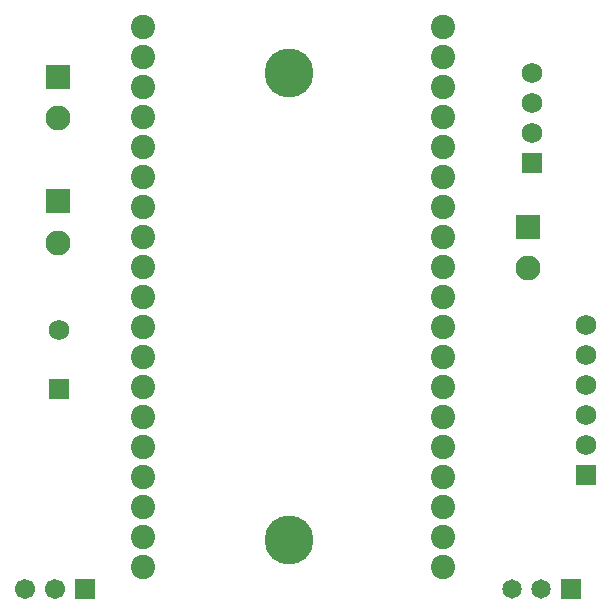
<source format=gbs>
G04*
G04 #@! TF.GenerationSoftware,Altium Limited,Altium Designer,22.0.2 (36)*
G04*
G04 Layer_Color=16711935*
%FSLAX23Y23*%
%MOIN*%
G70*
G04*
G04 #@! TF.SameCoordinates,FFE58276-D16A-40DC-94CB-801E61EA4FAC*
G04*
G04*
G04 #@! TF.FilePolarity,Negative*
G04*
G01*
G75*
%ADD28R,0.067X0.067*%
%ADD29C,0.069*%
%ADD30R,0.069X0.069*%
%ADD31C,0.163*%
%ADD32C,0.081*%
%ADD33C,0.083*%
%ADD34R,0.083X0.083*%
%ADD35C,0.067*%
%ADD36C,0.065*%
%ADD37R,0.065X0.065*%
D28*
X830Y1130D02*
D03*
D29*
X2500Y1811D02*
D03*
Y1611D02*
D03*
Y1711D02*
D03*
Y1911D02*
D03*
Y2011D02*
D03*
X2320Y2850D02*
D03*
Y2750D02*
D03*
Y2650D02*
D03*
X745Y1993D02*
D03*
D30*
X2500Y1511D02*
D03*
X2320Y2550D02*
D03*
X745Y1797D02*
D03*
D31*
X1510Y2850D02*
D03*
Y1295D02*
D03*
D32*
X1025Y2705D02*
D03*
Y2805D02*
D03*
Y2905D02*
D03*
Y3005D02*
D03*
Y2605D02*
D03*
Y2505D02*
D03*
Y2405D02*
D03*
Y2305D02*
D03*
Y2205D02*
D03*
Y2105D02*
D03*
Y1705D02*
D03*
Y1805D02*
D03*
Y1905D02*
D03*
Y2005D02*
D03*
Y1605D02*
D03*
Y1505D02*
D03*
Y1405D02*
D03*
Y1305D02*
D03*
Y1205D02*
D03*
X2025Y2705D02*
D03*
Y2805D02*
D03*
Y2905D02*
D03*
Y3005D02*
D03*
Y2605D02*
D03*
Y2505D02*
D03*
Y2405D02*
D03*
Y2305D02*
D03*
Y2205D02*
D03*
Y2105D02*
D03*
Y1705D02*
D03*
Y1805D02*
D03*
Y1905D02*
D03*
Y2005D02*
D03*
Y1605D02*
D03*
Y1505D02*
D03*
Y1405D02*
D03*
Y1305D02*
D03*
Y1205D02*
D03*
D33*
X2308Y2201D02*
D03*
X742Y2285D02*
D03*
Y2700D02*
D03*
D34*
X2308Y2339D02*
D03*
X742Y2423D02*
D03*
Y2838D02*
D03*
D35*
X630Y1130D02*
D03*
X730D02*
D03*
D36*
X2255D02*
D03*
X2353D02*
D03*
D37*
X2452D02*
D03*
M02*

</source>
